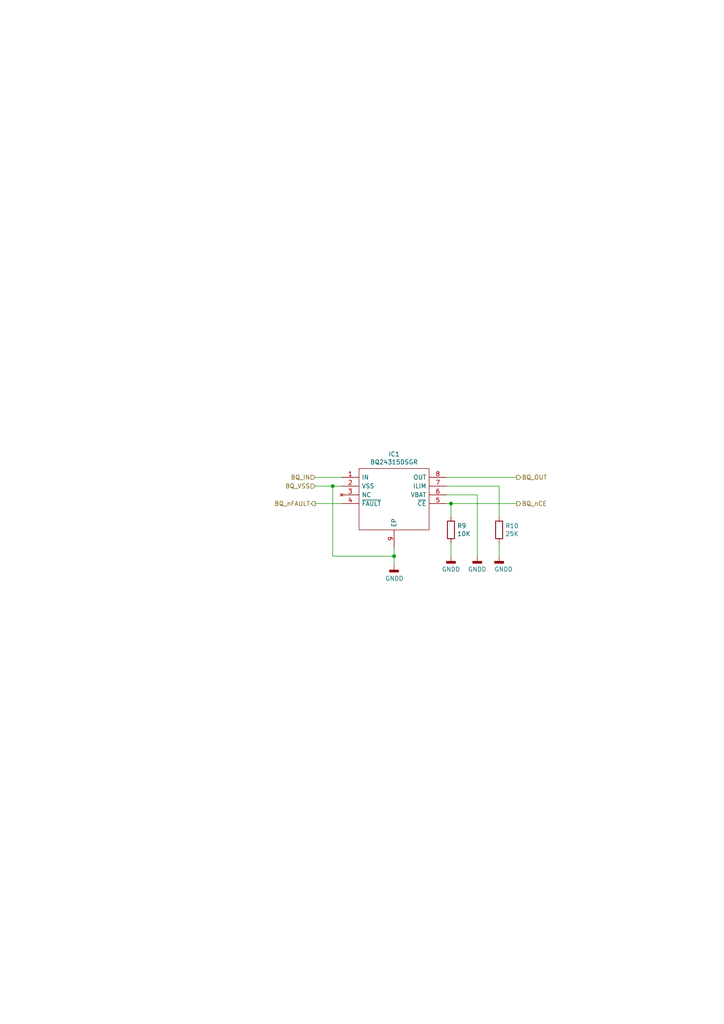
<source format=kicad_sch>
(kicad_sch (version 20230121) (generator eeschema)
  (paper "A4" portrait)
  (title_block (title "RasPi Zero NAV Hat") (date "2023-05-12") (rev "0.1") (company "chipiki.ru") (comment 1 "RasPi Zero NAV Hat") (comment 2 "Denis Tsekh"))
  (lib_symbols
    (symbol "BQ24315DSGR:BQ24315DSGR" (pin_names (offset 0.762))
      (property "Reference" "IC" (at 26.67 7.62 0))
      (property "Value" "BQ24315DSGR" (at 26.67 5.08 0))
      (symbol "BQ24315DSGR_0_0"
        (pin passive line (at 0 0 0) (length 5.08) (name "IN") (number "1"))
        (pin passive line (at 0 -2.54 0) (length 5.08) (name "VSS") (number "2"))
        (pin no_connect line (at 0 -5.08 0) (length 5.08) (name "NC") (number "3"))
        (pin passive line (at 0 -7.62 0) (length 5.08) (name "~{FAULT}") (number "4"))
        (pin passive line (at 30.48 -7.62 180) (length 5.08) (name "~{CE}") (number "5"))
        (pin passive line (at 30.48 -5.08 180) (length 5.08) (name "VBAT") (number "6"))
        (pin passive line (at 30.48 -2.54 180) (length 5.08) (name "ILIM") (number "7"))
        (pin passive line (at 30.48 0 180) (length 5.08) (name "OUT") (number "8"))
        (pin passive line (at 15.24 -20.32 90) (length 5.08) (name "EP") (number "9"))
      )
      (symbol "BQ24315DSGR_0_1"
        (polyline (pts (xy 5.08 2.54) (xy 25.4 2.54) (xy 25.4 -15.24) (xy 5.08 -15.24) (xy 5.08 2.54)) (stroke (width 0.1524)))
      )
    )
    (symbol "Device:R" (pin_numbers hide) (pin_names (offset 0))
      (property "Reference" "R" (at 2.032 0 90))
      (property "Value" "R" (at 0 0 90))
      (symbol "R_0_1"
        (rectangle (start -1.016 -2.54) (end 1.016 2.54) (stroke (width 0.254)))
      )
      (symbol "R_1_1"
        (pin passive line (at 0 3.81 270) (length 1.27) (name "~") (number "1"))
        (pin passive line (at 0 -3.81 90) (length 1.27) (name "~") (number "2"))
      )
    )
    (symbol "power:GNDD" (power) (pin_names (offset 0))
      (property "Value" "GNDD" (at 0 -3.175 0))
      (symbol "GNDD_0_1"
        (rectangle (start -1.27 -1.524) (end 1.27 -2.032) (stroke (width 0.254)) (fill (type outline)))
        (polyline (pts (xy 0 0) (xy 0 -1.524)))
      )
      (symbol "GNDD_1_1"
        (pin power_in line (at 0 0 270) (length 0) hide (name "GNDD") (number "1"))
      )
    )
  )
  (junction (at 96.52 140.97))
  (junction (at 114.3 161.29))
  (junction (at 130.81 146.05))
  (wire (pts (xy 96.52 140.97) (xy 91.44 140.97)))
  (wire (pts (xy 144.78 140.97) (xy 144.78 149.86)))
  (wire (pts (xy 129.54 146.05) (xy 130.81 146.05)))
  (wire (pts (xy 114.3 161.29) (xy 114.3 163.83)))
  (wire (pts (xy 99.06 140.97) (xy 96.52 140.97)))
  (wire (pts (xy 130.81 146.05) (xy 149.86 146.05)))
  (wire (pts (xy 99.06 146.05) (xy 91.44 146.05)))
  (wire (pts (xy 99.06 138.43) (xy 91.44 138.43)))
  (wire (pts (xy 96.52 140.97) (xy 96.52 161.29)))
  (wire (pts (xy 130.81 157.48) (xy 130.81 161.29)))
  (wire (pts (xy 129.54 138.43) (xy 149.86 138.43)))
  (wire (pts (xy 96.52 161.29) (xy 114.3 161.29)))
  (wire (pts (xy 129.54 140.97) (xy 144.78 140.97)))
  (wire (pts (xy 114.3 158.75) (xy 114.3 161.29)))
  (wire (pts (xy 130.81 146.05) (xy 130.81 149.86)))
  (wire (pts (xy 129.54 143.51) (xy 138.43 143.51)))
  (wire (pts (xy 144.78 157.48) (xy 144.78 161.29)))
  (wire (pts (xy 138.43 143.51) (xy 138.43 161.29)))
  (hierarchical_label "BQ_nCE" (shape output) (at 149.86 146.05 0))
  (hierarchical_label "BQ_OUT" (shape output) (at 149.86 138.43 0))
  (hierarchical_label "BQ_IN" (shape input) (at 91.44 138.43 180))
  (hierarchical_label "BQ_nFAULT" (shape output) (at 91.44 146.05 180))
  (hierarchical_label "BQ_VSS" (shape input) (at 91.44 140.97 180))
  (symbol (lib_id "BQ24315DSGR:BQ24315DSGR") (at 99.06 138.43 0) (unit 1)
    (property "Reference" "IC1" (at 114.3 131.699 0))
    (property "Value" "BQ24315DSGR" (at 114.3 134.0104 0))
    (property "Footprint" "SON50P200X200X80-9N" (effects hide))
    (property "Datasheet" "http://www.ti.com/lit/ds/symlink/bq24315.pdf?HQS=TI-null-null-digikeymode-df-pf-null-wwe&ts=1590126014085" (effects hide))
    (property "Description" "OVERVOLTAGE AND OVERCURRENT PROTECTION IC AND%D Li+ CHARGER FRONT-END PROTECTION IC" (effects hide))
    (property "Height" "0.8" (effects hide))
    (property "Manufacturer_Name" "Texas Instruments" (effects hide))
    (property "Manufacturer_Part_Number" "BQ24315DSGR" (effects hide))
    (property "Arrow Part Number" "BQ24315DSGR" (effects hide))
    (property "Arrow Price/Stock" "https://www.arrow.com/en/products/bq24315dsgr/texas-instruments" (effects hide))
    (property "Mouser Part Number" "595-BQ24315DSGR" (effects hide))
    (property "Mouser Price/Stock" "https://www.mouser.co.uk/ProductDetail/Texas-Instruments/BQ24315DSGR?qs=ZaMXuU%252B6JZZfiNL%2FrG%252BGIQ%3D%3D" (effects hide))
  )
  (symbol (lib_id "power:GNDD") (at 114.3 163.83 0) (unit 1)
    (property "Reference" "#PWR0148" (effects hide))
    (property "Value" "GNDD" (at 114.4016 167.767 0))
  )
  (symbol (lib_id "power:GNDD") (at 138.43 161.29 0) (unit 1)
    (property "Reference" "#PWR0149" (effects hide))
    (property "Value" "GNDD" (at 138.43 165.1 0))
  )
  (symbol (lib_id "Device:R") (at 144.78 153.67 0) (unit 1)
    (property "Reference" "R10" (at 146.558 152.5016 0) (effects (justify left)))
    (property "Value" "25K" (at 146.558 154.813 0) (effects (justify left)))
    (property "Footprint" "Resistor_SMD:R_0603_1608Metric" (effects hide))
  )
  (symbol (lib_id "power:GNDD") (at 144.78 161.29 0) (unit 1)
    (property "Reference" "#PWR0150" (effects hide))
    (property "Value" "GNDD" (at 146.05 165.1 0))
  )
  (symbol (lib_id "Device:R") (at 130.81 153.67 0) (unit 1)
    (property "Reference" "R9" (at 132.588 152.5016 0) (effects (justify left)))
    (property "Value" "10K" (at 132.588 154.813 0) (effects (justify left)))
    (property "Footprint" "Resistor_SMD:R_0603_1608Metric" (effects hide))
  )
  (symbol (lib_id "power:GNDD") (at 130.81 161.29 0) (unit 1)
    (property "Reference" "#PWR0151" (effects hide))
    (property "Value" "GNDD" (at 130.81 165.1 0))
  )
)
</source>
